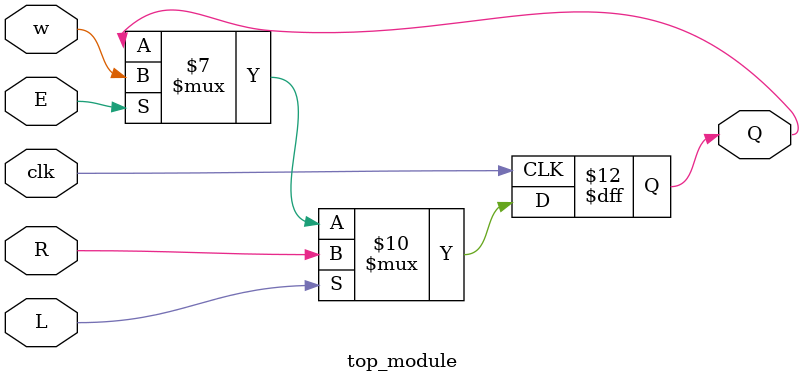
<source format=v>
module top_module (
    input clk,
    input w, R, E, L,
    output Q
);
    always@(posedge clk)begin
        if(L) Q <= R;
        else if(E==1'b1) Q <= w;
        else if(E ==1'b0) Q <= Q;
        else Q <= Q;
                
    end

endmodule

</source>
